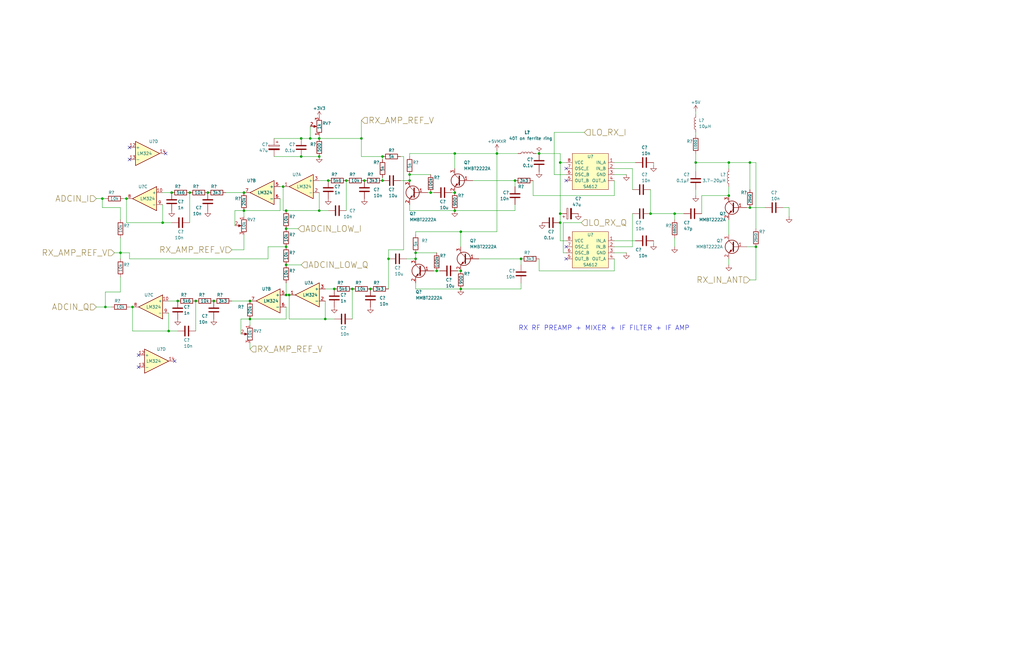
<source format=kicad_sch>
(kicad_sch (version 20211123) (generator eeschema)
  (paper "USLedger")
  (title_block (title "CBModem Receiver") (date "2023-08-02") (rev "1"))
  (lib_symbols
    (symbol "Amplifier_Operational:LM324" (pin_names (offset 0.127))
      (property "Reference" "U" (at 0 5.08 0))
      (property "Value" "LM324" (at 0 -5.08 0))
      (symbol "LM324_1_1"
        (polyline (pts (xy -5.08 5.08) (xy 5.08 0) (xy -5.08 -5.08) (xy -5.08 5.08)) (stroke (width 0.254)) (fill (type background)))
        (pin output line (at 7.62 0 180) (length 2.54) (name "~") (number "1"))
        (pin input line (at -7.62 -2.54 0) (length 2.54) (name "-") (number "2"))
        (pin input line (at -7.62 2.54 0) (length 2.54) (name "+") (number "3"))
      )
      (symbol "LM324_2_1"
        (polyline (pts (xy -5.08 5.08) (xy 5.08 0) (xy -5.08 -5.08) (xy -5.08 5.08)) (stroke (width 0.254)) (fill (type background)))
        (pin input line (at -7.62 2.54 0) (length 2.54) (name "+") (number "5"))
        (pin input line (at -7.62 -2.54 0) (length 2.54) (name "-") (number "6"))
        (pin output line (at 7.62 0 180) (length 2.54) (name "~") (number "7"))
      )
      (symbol "LM324_3_1"
        (polyline (pts (xy -5.08 5.08) (xy 5.08 0) (xy -5.08 -5.08) (xy -5.08 5.08)) (stroke (width 0.254)) (fill (type background)))
        (pin input line (at -7.62 2.54 0) (length 2.54) (name "+") (number "10"))
        (pin output line (at 7.62 0 180) (length 2.54) (name "~") (number "8"))
        (pin input line (at -7.62 -2.54 0) (length 2.54) (name "-") (number "9"))
      )
      (symbol "LM324_4_1"
        (polyline (pts (xy -5.08 5.08) (xy 5.08 0) (xy -5.08 -5.08) (xy -5.08 5.08)) (stroke (width 0.254)) (fill (type background)))
        (pin input line (at -7.62 2.54 0) (length 2.54) (name "+") (number "12"))
        (pin input line (at -7.62 -2.54 0) (length 2.54) (name "-") (number "13"))
        (pin output line (at 7.62 0 180) (length 2.54) (name "~") (number "14"))
      )
      (symbol "LM324_5_1"
        (pin power_in line (at -2.54 -7.62 90) (length 3.81) (name "V-") (number "11"))
        (pin power_in line (at -2.54 7.62 270) (length 3.81) (name "V+") (number "4"))
      )
    )
    (symbol "Device:C" (pin_numbers hide) (pin_names (offset 0.254))
      (property "Reference" "C" (at 0.635 2.54 0))
      (property "Value" "C" (at 0.635 -2.54 0))
      (symbol "C_0_1"
        (polyline (pts (xy -2.032 -0.762) (xy 2.032 -0.762)) (stroke (width 0.508)))
        (polyline (pts (xy -2.032 0.762) (xy 2.032 0.762)) (stroke (width 0.508)))
      )
      (symbol "C_1_1"
        (pin passive line (at 0 3.81 270) (length 2.794) (name "~") (number "1"))
        (pin passive line (at 0 -3.81 90) (length 2.794) (name "~") (number "2"))
      )
    )
    (symbol "Device:C_Polarized" (pin_numbers hide) (pin_names (offset 0.254))
      (property "Reference" "C" (at 0.635 2.54 0))
      (property "Value" "C_Polarized" (at 0.635 -2.54 0))
      (symbol "C_Polarized_0_1"
        (rectangle (start -2.286 0.508) (end 2.286 1.016))
        (polyline (pts (xy -1.778 2.286) (xy -0.762 2.286)))
        (polyline (pts (xy -1.27 2.794) (xy -1.27 1.778)))
        (rectangle (start 2.286 -0.508) (end -2.286 -1.016) (fill (type outline)))
      )
      (symbol "C_Polarized_1_1"
        (pin passive line (at 0 3.81 270) (length 2.794) (name "~") (number "1"))
        (pin passive line (at 0 -3.81 90) (length 2.794) (name "~") (number "2"))
      )
    )
    (symbol "Device:L" (pin_numbers hide) (pin_names (offset 1.016) hide)
      (property "Reference" "L" (at -1.27 0 90))
      (property "Value" "L" (at 1.905 0 90))
      (symbol "L_0_1"
        (arc (start 0 -2.54) (mid 0.635 -1.905) (end 0 -1.27))
        (arc (start 0 -1.27) (mid 0.635 -0.635) (end 0 0))
        (arc (start 0 0) (mid 0.635 0.635) (end 0 1.27))
        (arc (start 0 1.27) (mid 0.635 1.905) (end 0 2.54))
      )
      (symbol "L_1_1"
        (pin passive line (at 0 3.81 270) (length 1.27) (name "1") (number "1"))
        (pin passive line (at 0 -3.81 90) (length 1.27) (name "2") (number "2"))
      )
    )
    (symbol "Device:Q_NPN_BEC" (pin_names (offset 0) hide)
      (property "Reference" "Q" (at 5.08 1.27 0))
      (property "Value" "Q_NPN_BEC" (at 5.08 -1.27 0))
      (symbol "Q_NPN_BEC_0_1"
        (polyline (pts (xy 0.635 0.635) (xy 2.54 2.54)))
        (polyline (pts (xy 0.635 -0.635) (xy 2.54 -2.54) (xy 2.54 -2.54)))
        (polyline (pts (xy 0.635 1.905) (xy 0.635 -1.905) (xy 0.635 -1.905)) (stroke (width 0.508)))
        (polyline (pts (xy 1.27 -1.778) (xy 1.778 -1.27) (xy 2.286 -2.286) (xy 1.27 -1.778) (xy 1.27 -1.778)) (fill (type outline)))
        (circle (center 1.27 0) (radius 2.8194) (stroke (width 0.254)))
      )
      (symbol "Q_NPN_BEC_1_1"
        (pin input line (at -5.08 0 0) (length 5.715) (name "B") (number "1"))
        (pin passive line (at 2.54 -5.08 90) (length 2.54) (name "E") (number "2"))
        (pin passive line (at 2.54 5.08 270) (length 2.54) (name "C") (number "3"))
      )
    )
    (symbol "Device:R" (pin_numbers hide) (pin_names (offset 0))
      (property "Reference" "R" (at 2.032 0 90))
      (property "Value" "R" (at 0 0 90))
      (symbol "R_0_1"
        (rectangle (start -1.016 -2.54) (end 1.016 2.54) (stroke (width 0.254)))
      )
      (symbol "R_1_1"
        (pin passive line (at 0 3.81 270) (length 1.27) (name "~") (number "1"))
        (pin passive line (at 0 -3.81 90) (length 1.27) (name "~") (number "2"))
      )
    )
    (symbol "Device:R_Potentiometer" (pin_names (offset 1.016) hide)
      (property "Reference" "RV" (at -4.445 0 90))
      (property "Value" "R_Potentiometer" (at -2.54 0 90))
      (symbol "R_Potentiometer_0_1"
        (polyline (pts (xy 2.54 0) (xy 1.524 0)))
        (polyline (pts (xy 1.143 0) (xy 2.286 0.508) (xy 2.286 -0.508) (xy 1.143 0)) (fill (type outline)))
        (rectangle (start 1.016 2.54) (end -1.016 -2.54) (stroke (width 0.254)))
      )
      (symbol "R_Potentiometer_1_1"
        (pin passive line (at 0 3.81 270) (length 1.27) (name "1") (number "1"))
        (pin passive line (at 3.81 0 180) (length 1.27) (name "2") (number "2"))
        (pin passive line (at 0 -3.81 90) (length 1.27) (name "3") (number "3"))
      )
    )
    (symbol "communicator_27mhz_custom:+5VMXR" (power) (pin_names (offset 0))
      (property "Value" "+5VMXR" (at 0 3.556 0))
      (symbol "+5VMXR_0_1"
        (polyline (pts (xy -0.762 1.27) (xy 0 2.54)))
        (polyline (pts (xy 0 0) (xy 0 2.54)))
        (polyline (pts (xy 0 2.54) (xy 0.762 1.27)))
      )
      (symbol "+5VMXR_1_1"
        (pin power_in line (at 0 0 90) (length 0) hide (name "+5VMXR") (number "1"))
      )
    )
    (symbol "communicator_27mhz_custom:SA612-Custom" (pin_names (offset 1.016))
      (property "Reference" "U" (at 0 11.43 0))
      (property "Value" "SA612-Custom" (at 0 8.89 0))
      (symbol "SA612-Custom_0_1"
        (rectangle (start -7.62 7.62) (end 7.62 -7.62) (fill (type background)))
      )
      (symbol "SA612-Custom_1_1"
        (pin input line (at -10.16 3.81 0) (length 2.54) (name "IN_A") (number "1"))
        (pin input line (at -10.16 1.27 0) (length 2.54) (name "IN_B") (number "2"))
        (pin power_in line (at -10.16 -1.27 0) (length 2.54) (name "GND") (number "3"))
        (pin output line (at -10.16 -3.81 0) (length 2.54) (name "OUT_A") (number "4"))
        (pin output line (at 10.16 -3.81 180) (length 2.54) (name "OUT_B") (number "5"))
        (pin input line (at 10.16 -1.27 180) (length 2.54) (name "OSC_B") (number "6"))
        (pin output line (at 10.16 1.27 180) (length 2.54) (name "OSC_E") (number "7"))
        (pin power_in line (at 10.16 3.81 180) (length 2.54) (name "VCC") (number "8"))
      )
    )
    (symbol "power:+3V3" (power) (pin_names (offset 0))
      (property "Value" "+3V3" (at 0 3.556 0))
      (symbol "+3V3_0_1"
        (polyline (pts (xy -0.762 1.27) (xy 0 2.54)))
        (polyline (pts (xy 0 0) (xy 0 2.54)))
        (polyline (pts (xy 0 2.54) (xy 0.762 1.27)))
      )
      (symbol "+3V3_1_1"
        (pin power_in line (at 0 0 90) (length 0) hide (name "+3V3") (number "1"))
      )
    )
    (symbol "power:+5V" (power) (pin_names (offset 0))
      (property "Value" "+5V" (at 0 3.556 0))
      (symbol "+5V_0_1"
        (polyline (pts (xy -0.762 1.27) (xy 0 2.54)))
        (polyline (pts (xy 0 0) (xy 0 2.54)))
        (polyline (pts (xy 0 2.54) (xy 0.762 1.27)))
      )
      (symbol "+5V_1_1"
        (pin power_in line (at 0 0 90) (length 0) hide (name "+5V") (number "1"))
      )
    )
    (symbol "power:GND" (power) (pin_names (offset 0))
      (property "Value" "GND" (at 0 -3.81 0))
      (symbol "GND_0_1"
        (polyline (pts (xy 0 0) (xy 0 -1.27) (xy 1.27 -1.27) (xy 0 -2.54) (xy -1.27 -1.27) (xy 0 -1.27)))
      )
      (symbol "GND_1_1"
        (pin power_in line (at 0 0 270) (length 0) hide (name "GND") (number "1"))
      )
    )
    (symbol "power:PWR_FLAG" (power) (pin_numbers hide) (pin_names (offset 0) hide)
      (property "Value" "PWR_FLAG" (at 0 3.81 0))
      (symbol "PWR_FLAG_0_0"
        (pin power_out line (at 0 0 90) (length 0) (name "pwr") (number "1"))
      )
      (symbol "PWR_FLAG_0_1"
        (polyline (pts (xy 0 0) (xy 0 1.27) (xy -1.016 1.905) (xy 0 2.54) (xy 1.016 1.905) (xy 0 1.27)))
      )
    )
  )
  (junction (at 134.62 88.9))
  (junction (at 194.31 114.3))
  (junction (at 72.39 81.28))
  (junction (at 175.26 109.22))
  (junction (at 121.92 124.46))
  (junction (at 120.65 124.46))
  (junction (at 163.83 109.22))
  (junction (at 80.01 81.28))
  (junction (at 140.97 121.92))
  (junction (at 316.23 87.63))
  (junction (at 293.37 68.58))
  (junction (at 191.77 88.9))
  (junction (at 194.31 121.92))
  (junction (at 152.4 58.42))
  (junction (at 148.59 121.92))
  (junction (at 120.65 88.9))
  (junction (at 138.43 76.2))
  (junction (at 50.8 106.68))
  (junction (at 90.17 127))
  (junction (at 44.45 129.54))
  (junction (at 105.41 134.62))
  (junction (at 161.29 66.04))
  (junction (at 318.77 104.14))
  (junction (at 307.34 68.58))
  (junction (at 55.88 129.54))
  (junction (at 53.34 83.82))
  (junction (at 43.18 83.82))
  (junction (at 175.26 106.68))
  (junction (at 181.61 81.28))
  (junction (at 191.77 81.28))
  (junction (at 120.65 111.76))
  (junction (at 191.77 64.77))
  (junction (at 68.58 93.98))
  (junction (at 236.22 93.98))
  (junction (at 307.34 82.55))
  (junction (at 316.23 68.58))
  (junction (at 274.32 90.17))
  (junction (at 161.29 76.2))
  (junction (at 284.48 90.17))
  (junction (at 74.93 127))
  (junction (at 119.38 78.74))
  (junction (at 227.33 64.77))
  (junction (at 236.22 68.58))
  (junction (at 172.72 76.2))
  (junction (at 120.65 104.14))
  (junction (at 184.15 114.3))
  (junction (at 105.41 127))
  (junction (at 217.17 76.2))
  (junction (at 87.63 81.28))
  (junction (at 127 66.04))
  (junction (at 82.55 127))
  (junction (at 127 58.42))
  (junction (at 209.55 64.77))
  (junction (at 120.65 96.52))
  (junction (at 134.62 66.04))
  (junction (at 236.22 90.17))
  (junction (at 146.05 76.2))
  (junction (at 172.72 73.66))
  (junction (at 137.16 134.62))
  (junction (at 102.87 81.28))
  (junction (at 134.62 58.42))
  (junction (at 102.87 88.9))
  (junction (at 156.21 121.92))
  (junction (at 153.67 76.2))
  (junction (at 130.81 58.42))
  (junction (at 194.31 97.79))
  (junction (at 71.12 139.7))
  (junction (at 219.71 109.22))
  (no_connect (at 58.42 149.86))
  (no_connect (at 238.76 76.2))
  (no_connect (at 69.85 64.77))
  (no_connect (at 238.76 109.22))
  (no_connect (at 73.66 152.4))
  (no_connect (at 238.76 71.12))
  (no_connect (at 54.61 67.31))
  (no_connect (at 54.61 62.23))
  (no_connect (at 238.76 104.14))
  (no_connect (at 58.42 154.94))
  (wire (pts (xy 238.76 101.6) (xy 236.22 101.6)))
  (wire (pts (xy 259.08 101.6) (xy 267.97 101.6)))
  (wire (pts (xy 146.05 76.2) (xy 146.05 88.9)))
  (wire (pts (xy 191.77 71.12) (xy 191.77 64.77)))
  (wire (pts (xy 237.49 106.68) (xy 238.76 106.68)))
  (wire (pts (xy 72.39 93.98) (xy 68.58 93.98)))
  (wire (pts (xy 209.55 64.77) (xy 218.44 64.77)))
  (wire (pts (xy 227.33 109.22) (xy 227.33 114.3)))
  (wire (pts (xy 266.7 90.17) (xy 266.7 104.14)))
  (wire (pts (xy 293.37 55.88) (xy 293.37 57.15)))
  (wire (pts (xy 148.59 121.92) (xy 148.59 134.62)))
  (wire (pts (xy 307.34 99.06) (xy 307.34 92.71)))
  (wire (pts (xy 181.61 73.66) (xy 172.72 73.66)))
  (wire (pts (xy 307.34 68.58) (xy 316.23 68.58)))
  (wire (pts (xy 275.59 101.6) (xy 275.59 102.87)))
  (wire (pts (xy 102.87 88.9) (xy 102.87 91.44)))
  (wire (pts (xy 219.71 119.38) (xy 219.71 121.92)))
  (wire (pts (xy 72.39 81.28) (xy 68.58 81.28)))
  (wire (pts (xy 40.64 83.82) (xy 43.18 83.82)))
  (wire (pts (xy 293.37 68.58) (xy 307.34 68.58)))
  (wire (pts (xy 172.72 88.9) (xy 191.77 88.9)))
  (wire (pts (xy 194.31 97.79) (xy 175.26 97.79)))
  (wire (pts (xy 50.8 87.63) (xy 43.18 87.63)))
  (wire (pts (xy 295.91 82.55) (xy 295.91 90.17)))
  (wire (pts (xy 293.37 64.77) (xy 293.37 68.58)))
  (wire (pts (xy 54.61 109.22) (xy 54.61 106.68)))
  (wire (pts (xy 316.23 87.63) (xy 322.58 87.63)))
  (wire (pts (xy 102.87 88.9) (xy 118.11 88.9)))
  (wire (pts (xy 264.16 73.66) (xy 259.08 73.66)))
  (wire (pts (xy 97.79 105.41) (xy 102.87 105.41)))
  (wire (pts (xy 316.23 87.63) (xy 314.96 87.63)))
  (wire (pts (xy 134.62 57.15) (xy 134.62 58.42)))
  (wire (pts (xy 120.65 96.52) (xy 125.73 96.52)))
  (wire (pts (xy 74.93 127) (xy 71.12 127)))
  (wire (pts (xy 121.92 134.62) (xy 121.92 124.46)))
  (wire (pts (xy 175.26 121.92) (xy 194.31 121.92)))
  (wire (pts (xy 113.03 104.14) (xy 113.03 109.22)))
  (wire (pts (xy 74.93 139.7) (xy 71.12 139.7)))
  (wire (pts (xy 182.88 81.28) (xy 181.61 81.28)))
  (wire (pts (xy 318.77 96.52) (xy 318.77 68.58)))
  (wire (pts (xy 121.92 124.46) (xy 120.65 124.46)))
  (wire (pts (xy 163.83 109.22) (xy 163.83 121.92)))
  (wire (pts (xy 264.16 106.68) (xy 259.08 106.68)))
  (wire (pts (xy 120.65 88.9) (xy 119.38 88.9)))
  (wire (pts (xy 259.08 76.2) (xy 259.08 82.55)))
  (wire (pts (xy 307.34 78.74) (xy 307.34 82.55)))
  (wire (pts (xy 54.61 129.54) (xy 55.88 129.54)))
  (wire (pts (xy 172.72 86.36) (xy 172.72 88.9)))
  (wire (pts (xy 52.07 83.82) (xy 53.34 83.82)))
  (wire (pts (xy 95.25 81.28) (xy 102.87 81.28)))
  (wire (pts (xy 71.12 132.08) (xy 71.12 139.7)))
  (wire (pts (xy 130.81 53.34) (xy 130.81 58.42)))
  (wire (pts (xy 181.61 81.28) (xy 180.34 81.28)))
  (wire (pts (xy 318.77 118.11) (xy 318.77 104.14)))
  (wire (pts (xy 130.81 58.42) (xy 134.62 58.42)))
  (wire (pts (xy 105.41 144.78) (xy 105.41 147.32)))
  (wire (pts (xy 284.48 104.14) (xy 284.48 100.33)))
  (wire (pts (xy 209.55 97.79) (xy 194.31 97.79)))
  (wire (pts (xy 332.74 87.63) (xy 332.74 91.44)))
  (wire (pts (xy 50.8 100.33) (xy 50.8 106.68)))
  (wire (pts (xy 191.77 64.77) (xy 172.72 64.77)))
  (wire (pts (xy 170.18 105.41) (xy 163.83 105.41)))
  (wire (pts (xy 55.88 129.54) (xy 55.88 139.7)))
  (wire (pts (xy 259.08 114.3) (xy 259.08 109.22)))
  (wire (pts (xy 50.8 123.19) (xy 44.45 123.19)))
  (wire (pts (xy 127 66.04) (xy 134.62 66.04)))
  (wire (pts (xy 274.32 80.01) (xy 274.32 90.17)))
  (wire (pts (xy 105.41 134.62) (xy 120.65 134.62)))
  (wire (pts (xy 238.76 68.58) (xy 236.22 68.58)))
  (wire (pts (xy 40.64 129.54) (xy 44.45 129.54)))
  (wire (pts (xy 259.08 71.12) (xy 266.7 71.12)))
  (wire (pts (xy 118.11 88.9) (xy 118.11 83.82)))
  (wire (pts (xy 120.65 119.38) (xy 120.65 124.46)))
  (wire (pts (xy 119.38 78.74) (xy 118.11 78.74)))
  (wire (pts (xy 217.17 78.74) (xy 217.17 76.2)))
  (wire (pts (xy 266.7 104.14) (xy 259.08 104.14)))
  (wire (pts (xy 97.79 127) (xy 105.41 127)))
  (wire (pts (xy 237.49 93.98) (xy 237.49 106.68)))
  (wire (pts (xy 236.22 68.58) (xy 236.22 64.77)))
  (wire (pts (xy 293.37 80.01) (xy 293.37 82.55)))
  (wire (pts (xy 307.34 111.76) (xy 307.34 109.22)))
  (wire (pts (xy 50.8 106.68) (xy 54.61 106.68)))
  (wire (pts (xy 318.77 104.14) (xy 314.96 104.14)))
  (wire (pts (xy 284.48 92.71) (xy 284.48 90.17)))
  (wire (pts (xy 134.62 81.28) (xy 134.62 88.9)))
  (wire (pts (xy 80.01 81.28) (xy 80.01 93.98)))
  (wire (pts (xy 161.29 66.04) (xy 161.29 67.31)))
  (wire (pts (xy 194.31 104.14) (xy 194.31 97.79)))
  (wire (pts (xy 259.08 68.58) (xy 267.97 68.58)))
  (wire (pts (xy 318.77 68.58) (xy 316.23 68.58)))
  (wire (pts (xy 163.83 105.41) (xy 163.83 109.22)))
  (wire (pts (xy 245.11 93.98) (xy 237.49 93.98)))
  (wire (pts (xy 55.88 139.7) (xy 71.12 139.7)))
  (wire (pts (xy 191.77 64.77) (xy 209.55 64.77)))
  (wire (pts (xy 275.59 68.58) (xy 275.59 69.85)))
  (wire (pts (xy 199.39 76.2) (xy 217.17 76.2)))
  (wire (pts (xy 50.8 92.71) (xy 50.8 87.63)))
  (wire (pts (xy 82.55 127) (xy 82.55 139.7)))
  (wire (pts (xy 217.17 86.36) (xy 217.17 88.9)))
  (wire (pts (xy 175.26 106.68) (xy 175.26 109.22)))
  (wire (pts (xy 48.26 106.68) (xy 50.8 106.68)))
  (wire (pts (xy 194.31 121.92) (xy 219.71 121.92)))
  (wire (pts (xy 50.8 106.68) (xy 50.8 109.22)))
  (wire (pts (xy 201.93 109.22) (xy 219.71 109.22)))
  (wire (pts (xy 152.4 66.04) (xy 152.4 58.42)))
  (wire (pts (xy 138.43 88.9) (xy 134.62 88.9)))
  (wire (pts (xy 233.68 73.66) (xy 238.76 73.66)))
  (wire (pts (xy 307.34 82.55) (xy 295.91 82.55)))
  (wire (pts (xy 168.91 66.04) (xy 170.18 66.04)))
  (wire (pts (xy 43.18 87.63) (xy 43.18 83.82)))
  (wire (pts (xy 68.58 86.36) (xy 68.58 93.98)))
  (wire (pts (xy 224.79 82.55) (xy 259.08 82.55)))
  (wire (pts (xy 236.22 101.6) (xy 236.22 93.98)))
  (wire (pts (xy 161.29 74.93) (xy 161.29 76.2)))
  (wire (pts (xy 293.37 46.99) (xy 293.37 48.26)))
  (wire (pts (xy 105.41 134.62) (xy 105.41 137.16)))
  (wire (pts (xy 101.6 134.62) (xy 105.41 134.62)))
  (wire (pts (xy 274.32 90.17) (xy 284.48 90.17)))
  (wire (pts (xy 284.48 90.17) (xy 288.29 90.17)))
  (wire (pts (xy 140.97 134.62) (xy 137.16 134.62)))
  (wire (pts (xy 307.34 68.58) (xy 307.34 71.12)))
  (wire (pts (xy 236.22 90.17) (xy 236.22 68.58)))
  (wire (pts (xy 184.15 106.68) (xy 175.26 106.68)))
  (wire (pts (xy 170.18 66.04) (xy 170.18 105.41)))
  (wire (pts (xy 226.06 64.77) (xy 227.33 64.77)))
  (wire (pts (xy 50.8 116.84) (xy 50.8 123.19)))
  (wire (pts (xy 53.34 93.98) (xy 68.58 93.98)))
  (wire (pts (xy 219.71 111.76) (xy 219.71 109.22)))
  (wire (pts (xy 138.43 76.2) (xy 134.62 76.2)))
  (wire (pts (xy 227.33 64.77) (xy 236.22 64.77)))
  (wire (pts (xy 53.34 83.82) (xy 53.34 93.98)))
  (wire (pts (xy 102.87 105.41) (xy 102.87 99.06)))
  (wire (pts (xy 316.23 68.58) (xy 316.23 80.01)))
  (wire (pts (xy 120.65 104.14) (xy 113.03 104.14)))
  (wire (pts (xy 137.16 134.62) (xy 121.92 134.62)))
  (wire (pts (xy 99.06 88.9) (xy 102.87 88.9)))
  (wire (pts (xy 152.4 58.42) (xy 152.4 50.8)))
  (wire (pts (xy 184.15 114.3) (xy 182.88 114.3)))
  (wire (pts (xy 44.45 129.54) (xy 46.99 129.54)))
  (wire (pts (xy 172.72 73.66) (xy 172.72 76.2)))
  (wire (pts (xy 99.06 95.25) (xy 99.06 88.9)))
  (wire (pts (xy 233.68 55.88) (xy 233.68 73.66)))
  (wire (pts (xy 43.18 83.82) (xy 44.45 83.82)))
  (wire (pts (xy 227.33 114.3) (xy 259.08 114.3)))
  (wire (pts (xy 175.26 119.38) (xy 175.26 121.92)))
  (wire (pts (xy 134.62 58.42) (xy 152.4 58.42)))
  (wire (pts (xy 44.45 123.19) (xy 44.45 129.54)))
  (wire (pts (xy 134.62 88.9) (xy 120.65 88.9)))
  (wire (pts (xy 140.97 121.92) (xy 137.16 121.92)))
  (wire (pts (xy 175.26 97.79) (xy 175.26 99.06)))
  (wire (pts (xy 113.03 109.22) (xy 54.61 109.22)))
  (wire (pts (xy 172.72 64.77) (xy 172.72 66.04)))
  (wire (pts (xy 266.7 71.12) (xy 266.7 80.01)))
  (wire (pts (xy 209.55 63.5) (xy 209.55 64.77)))
  (wire (pts (xy 293.37 68.58) (xy 293.37 72.39)))
  (wire (pts (xy 120.65 134.62) (xy 120.65 129.54)))
  (wire (pts (xy 127 58.42) (xy 115.57 58.42)))
  (wire (pts (xy 194.31 114.3) (xy 193.04 114.3)))
  (wire (pts (xy 209.55 97.79) (xy 209.55 64.77)))
  (wire (pts (xy 127 58.42) (xy 130.81 58.42)))
  (wire (pts (xy 172.72 76.2) (xy 168.91 76.2)))
  (wire (pts (xy 330.2 87.63) (xy 332.74 87.63)))
  (wire (pts (xy 127 66.04) (xy 115.57 66.04)))
  (wire (pts (xy 191.77 88.9) (xy 217.17 88.9)))
  (wire (pts (xy 175.26 109.22) (xy 171.45 109.22)))
  (wire (pts (xy 137.16 127) (xy 137.16 134.62)))
  (wire (pts (xy 316.23 118.11) (xy 318.77 118.11)))
  (wire (pts (xy 246.38 55.88) (xy 233.68 55.88)))
  (wire (pts (xy 224.79 76.2) (xy 224.79 82.55)))
  (wire (pts (xy 119.38 88.9) (xy 119.38 78.74)))
  (wire (pts (xy 236.22 93.98) (xy 236.22 90.17)))
  (wire (pts (xy 101.6 140.97) (xy 101.6 134.62)))
  (wire (pts (xy 185.42 114.3) (xy 184.15 114.3)))
  (wire (pts (xy 191.77 81.28) (xy 190.5 81.28)))
  (wire (pts (xy 152.4 66.04) (xy 161.29 66.04)))
  (wire (pts (xy 120.65 111.76) (xy 127 111.76)))
  (text "RX RF PREAMP + MIXER + IF FILTER + IF AMP" (at 290.83 139.7 180) (effects (font (size 2 2)) (justify right bottom)))
  (hierarchical_label "ADCIN_I" (shape input) (at 40.64 83.82 180) (effects (font (size 2.54 2.54))))
  (hierarchical_label "RX_AMP_REF_V" (shape input) (at 105.41 147.32 0) (effects (font (size 2.54 2.54))))
  (hierarchical_label "ADCIN_Q" (shape input) (at 40.64 129.54 180) (effects (font (size 2.54 2.54))))
  (hierarchical_label "ADCIN_LOW_I" (shape input) (at 125.73 96.52 0) (effects (font (size 2.54 2.54))))
  (hierarchical_label "LO_RX_Q" (shape input) (at 245.11 93.98 0) (effects (font (size 2.54 2.54))))
  (hierarchical_label "RX_AMP_REF_V" (shape input) (at 97.79 105.41 180) (effects (font (size 2.54 2.54))))
  (hierarchical_label "RX_AMP_REF_V" (shape input) (at 48.26 106.68 180) (effects (font (size 2.54 2.54))))
  (hierarchical_label "ADCIN_LOW_Q" (shape input) (at 127 111.76 0) (effects (font (size 2.54 2.54))))
  (hierarchical_label "LO_RX_I" (shape input) (at 246.38 55.88 0) (effects (font (size 2.54 2.54))))
  (hierarchical_label "RX_IN_ANT" (shape input) (at 316.23 118.11 180) (effects (font (size 2.54 2.54))))
  (hierarchical_label "RX_AMP_REF_V" (shape input) (at 152.4 50.8 0) (effects (font (size 2.54 2.54))))
  (symbol (lib_id "Device:C") (at 90.17 130.81 0) (mirror y) (unit 1)
    (property "Reference" "C?" (at 87.63 133.35 0) (effects (justify left)))
    (property "Value" "10n" (at 87.63 135.89 0) (effects (justify left)))
    (property "Footprint" "Capacitor_SMD:C_0805_2012Metric_Pad1.18x1.45mm_HandSolder" (effects hide))
  )
  (symbol (lib_id "Device:R_Potentiometer") (at 105.41 140.97 0) (mirror y) (unit 1)
    (property "Reference" "RV?" (at 106.68 139.7 0) (effects (justify right)))
    (property "Value" "10k" (at 105.41 140.97 90))
    (property "Footprint" "Potentiometer_THT:Potentiometer_Bourns_3296X_Horizontal" (effects hide))
  )
  (symbol (lib_id "Device:R") (at 318.77 100.33 0) (mirror y) (unit 1)
    (property "Reference" "R?" (at 320.04 97.79 0) (effects (justify right)))
    (property "Value" "25kΩ" (at 318.77 100.33 90) (effects (font (size 1 1))))
    (property "Footprint" "Resistor_SMD:R_0805_2012Metric_Pad1.20x1.40mm_HandSolder" (effects hide))
  )
  (symbol (lib_id "Device:Q_NPN_BEC") (at 194.31 76.2 0) (mirror y) (unit 1)
    (property "Reference" "Q?" (at 195.58 68.58 0) (effects (justify right)))
    (property "Value" "MMBT2222A" (at 195.58 71.12 0) (effects (justify right)))
    (property "Footprint" "Package_TO_SOT_SMD:SOT-23" (effects hide))
    (property "Footprint" "Package_TO_SOT_SMD:SOT-23" (effects hide))
    (property "Reference" "Q?" (effects hide))
    (property "Value" "MMBT2222A" (effects hide))
  )
  (symbol (lib_id "Device:R") (at 105.41 130.81 0) (mirror y) (unit 1)
    (property "Reference" "R?" (at 102.87 129.5399 0) (effects (justify left)))
    (property "Value" "20k" (at 105.41 130.81 90))
    (property "Footprint" "Resistor_SMD:R_0805_2012Metric_Pad1.20x1.40mm_HandSolder" (effects hide))
  )
  (symbol (lib_id "communicator_27mhz_custom:SA612-Custom") (at 248.92 105.41 0) (mirror y) (unit 1)
    (property "Reference" "U?" (at 247.65 99.06 0) (effects (justify right)))
    (property "Value" "SA612" (at 248.92 111.76 0))
    (property "Footprint" "Package_SO:SO-8_3.9x4.9mm_P1.27mm" (effects hide))
    (property "Datasheet" "https://static.chipdip.ru/lib/766/DOC012766973.pdf" (effects hide))
  )
  (symbol (lib_id "Device:R") (at 50.8 129.54 90) (unit 1)
    (property "Reference" "R?" (at 48.26 127 90) (effects (justify right)))
    (property "Value" "10k" (at 50.8 129.54 90))
    (property "Footprint" "Resistor_SMD:R_0805_2012Metric_Pad1.20x1.40mm_HandSolder" (effects hide))
  )
  (symbol (lib_id "Device:R") (at 120.65 107.95 180) (unit 1)
    (property "Reference" "R?" (at 121.92 106.68 0) (effects (justify right)))
    (property "Value" "10k" (at 120.65 107.95 90))
    (property "Footprint" "Resistor_SMD:R_0805_2012Metric_Pad1.20x1.40mm_HandSolder" (effects hide))
  )
  (symbol (lib_id "Amplifier_Operational:LM324") (at 63.5 129.54 0) (mirror y) (unit 3)
    (property "Reference" "U?" (at 64.77 124.46 0) (effects (justify left)))
    (property "Value" "LM324" (at 64.77 129.54 0))
    (property "Footprint" "Package_SO:SOIC-14_3.9x8.7mm_P1.27mm" (effects hide))
    (property "Datasheet" "http://www.ti.com/lit/ds/symlink/lm2902-n.pdf" (effects hide))
  )
  (symbol (lib_id "Device:R") (at 76.2 81.28 270) (mirror x) (unit 1)
    (property "Reference" "R?" (at 73.66 78.74 90) (effects (justify left)))
    (property "Value" "5k6" (at 76.2 81.28 90))
    (property "Footprint" "Resistor_SMD:R_0805_2012Metric_Pad1.20x1.40mm_HandSolder" (effects hide))
  )
  (symbol (lib_id "power:GND") (at 293.37 82.55 0) (mirror y) (unit 1)
    (property "Reference" "#PWR?" (effects hide))
    (property "Value" "GND" (effects hide))
  )
  (symbol (lib_id "Device:C_Polarized") (at 115.57 62.23 0) (mirror y) (unit 1)
    (property "Reference" "C?" (at 113.03 60.96 0) (effects (justify left)))
    (property "Value" "47u" (at 113.03 63.5 0) (effects (justify left)))
    (property "Footprint" "Capacitor_THT:CP_Radial_D5.0mm_P2.00mm" (effects hide))
  )
  (symbol (lib_id "Device:R") (at 316.23 83.82 0) (mirror y) (unit 1)
    (property "Reference" "R?" (at 314.96 81.28 0) (effects (justify left)))
    (property "Value" "25kΩ" (at 316.23 83.82 90) (effects (font (size 1 1))))
    (property "Footprint" "Resistor_SMD:R_0805_2012Metric_Pad1.20x1.40mm_HandSolder" (effects hide))
  )
  (symbol (lib_id "Device:R") (at 102.87 85.09 0) (mirror y) (unit 1)
    (property "Reference" "R?" (at 101.6 83.82 0) (effects (justify left)))
    (property "Value" "20k" (at 102.87 85.09 90))
    (property "Footprint" "Resistor_SMD:R_0805_2012Metric_Pad1.20x1.40mm_HandSolder" (effects hide))
  )
  (symbol (lib_id "Device:C") (at 271.78 101.6 90) (mirror x) (unit 1)
    (property "Reference" "C?" (at 267.97 105.41 90) (effects (justify right)))
    (property "Value" "10n" (at 269.24 107.95 90) (effects (justify right)))
    (property "Footprint" "Capacitor_SMD:C_0805_2012Metric_Pad1.18x1.45mm_HandSolder" (effects hide))
  )
  (symbol (lib_id "Device:C") (at 292.1 90.17 270) (mirror x) (unit 1)
    (property "Reference" "C?" (at 288.29 93.98 90) (effects (justify left)))
    (property "Value" "47p" (at 288.29 96.52 90) (effects (justify left)))
    (property "Footprint" "Capacitor_SMD:C_0805_2012Metric_Pad1.18x1.45mm_HandSolder" (effects hide))
  )
  (symbol (lib_id "Device:R") (at 93.98 127 270) (mirror x) (unit 1)
    (property "Reference" "R?" (at 91.44 124.46 90) (effects (justify left)))
    (property "Value" "3k3" (at 93.98 127 90))
    (property "Footprint" "Resistor_SMD:R_0805_2012Metric_Pad1.20x1.40mm_HandSolder" (effects hide))
  )
  (symbol (lib_id "Device:R") (at 194.31 118.11 0) (mirror y) (unit 1)
    (property "Reference" "R?" (at 195.58 115.57 0) (effects (justify right)))
    (property "Value" "900" (at 194.31 118.11 90))
    (property "Footprint" "Resistor_SMD:R_0805_2012Metric_Pad1.20x1.40mm_HandSolder" (effects hide))
  )
  (symbol (lib_id "power:+5V") (at 293.37 46.99 0) (unit 1)
    (property "Reference" "#PWR?" (effects hide))
    (property "Value" "+5V" (at 293.37 43.18 0))
  )
  (symbol (lib_id "Device:R") (at 149.86 76.2 270) (mirror x) (unit 1)
    (property "Reference" "R?" (at 147.32 73.66 90) (effects (justify left)))
    (property "Value" "10k" (at 149.86 76.2 90))
    (property "Footprint" "Resistor_SMD:R_0805_2012Metric_Pad1.20x1.40mm_HandSolder" (effects hide))
  )
  (symbol (lib_id "power:GND") (at 243.84 90.17 0) (mirror y) (unit 1)
    (property "Reference" "#PWR?" (effects hide))
    (property "Value" "GND" (effects hide))
  )
  (symbol (lib_id "Device:R") (at 181.61 77.47 0) (mirror y) (unit 1)
    (property "Reference" "R?" (at 182.88 74.93 0) (effects (justify right)))
    (property "Value" "100k" (at 181.61 77.47 90))
    (property "Footprint" "Resistor_SMD:R_0805_2012Metric_Pad1.20x1.40mm_HandSolder" (effects hide))
  )
  (symbol (lib_id "Device:R") (at 157.48 76.2 270) (mirror x) (unit 1)
    (property "Reference" "R?" (at 154.94 73.66 90) (effects (justify left)))
    (property "Value" "3k3" (at 157.48 76.2 90))
    (property "Footprint" "Resistor_SMD:R_0805_2012Metric_Pad1.20x1.40mm_HandSolder" (effects hide))
  )
  (symbol (lib_id "power:GND") (at 138.43 83.82 0) (mirror y) (unit 1)
    (property "Reference" "#PWR?" (effects hide))
    (property "Value" "GND" (effects hide))
  )
  (symbol (lib_id "Device:C") (at 232.41 93.98 90) (mirror x) (unit 1)
    (property "Reference" "C?" (at 233.68 97.79 90) (effects (justify left)))
    (property "Value" "0.1u" (at 233.68 100.33 90) (effects (justify left)))
    (property "Footprint" "Capacitor_SMD:C_0805_2012Metric_Pad1.18x1.45mm_HandSolder" (effects hide))
  )
  (symbol (lib_id "Amplifier_Operational:LM324") (at 113.03 127 0) (mirror y) (unit 2)
    (property "Reference" "U?" (at 114.3 121.92 0) (effects (justify left)))
    (property "Value" "LM324" (at 114.3 127 0))
    (property "Footprint" "Package_SO:SOIC-14_3.9x8.7mm_P1.27mm" (effects hide))
    (property "Datasheet" "http://www.ti.com/lit/ds/symlink/lm2902-n.pdf" (effects hide))
  )
  (symbol (lib_id "Device:R") (at 144.78 121.92 270) (mirror x) (unit 1)
    (property "Reference" "R?" (at 142.24 119.38 90) (effects (justify left)))
    (property "Value" "5k6" (at 144.78 121.92 90))
    (property "Footprint" "Resistor_SMD:R_0805_2012Metric_Pad1.20x1.40mm_HandSolder" (effects hide))
  )
  (symbol (lib_id "Device:R") (at 120.65 92.71 180) (unit 1)
    (property "Reference" "R?" (at 121.92 91.44 0) (effects (justify right)))
    (property "Value" "10k" (at 120.65 92.71 90))
    (property "Footprint" "Resistor_SMD:R_0805_2012Metric_Pad1.20x1.40mm_HandSolder" (effects hide))
  )
  (symbol (lib_id "power:GND") (at 153.67 83.82 0) (mirror y) (unit 1)
    (property "Reference" "#PWR?" (effects hide))
    (property "Value" "GND" (effects hide))
  )
  (symbol (lib_id "Device:L") (at 222.25 64.77 90) (unit 1)
    (property "Reference" "L?" (at 220.98 55.88 90) (effects (font bold) (justify right)))
    (property "Value" "40T on ferrite ring" (at 214.63 58.42 90) (effects (justify right)))
  )
  (symbol (lib_id "Device:C") (at 153.67 80.01 0) (mirror y) (unit 1)
    (property "Reference" "C?" (at 157.48 80.01 0) (effects (justify right)))
    (property "Value" "10n" (at 157.48 82.55 0) (effects (justify right)))
    (property "Footprint" "Capacitor_SMD:C_0805_2012Metric_Pad1.18x1.45mm_HandSolder" (effects hide))
  )
  (symbol (lib_id "Device:R") (at 160.02 121.92 270) (mirror x) (unit 1)
    (property "Reference" "R?" (at 157.48 119.38 90) (effects (justify left)))
    (property "Value" "3k3" (at 160.02 121.92 90))
    (property "Footprint" "Resistor_SMD:R_0805_2012Metric_Pad1.20x1.40mm_HandSolder" (effects hide))
  )
  (symbol (lib_id "Amplifier_Operational:LM324") (at 66.04 152.4 0) (unit 4)
    (property "Reference" "U?" (at 66.04 147.32 0) (effects (justify left)))
    (property "Value" "LM324" (at 64.77 152.4 0))
    (property "Footprint" "Package_SO:SOIC-14_3.9x8.7mm_P1.27mm" (effects hide))
    (property "Datasheet" "http://www.ti.com/lit/ds/symlink/lm2902-n.pdf" (effects hide))
  )
  (symbol (lib_id "Device:R") (at 86.36 127 270) (mirror x) (unit 1)
    (property "Reference" "R?" (at 83.82 124.46 90) (effects (justify left)))
    (property "Value" "10k" (at 86.36 127 90))
    (property "Footprint" "Resistor_SMD:R_0805_2012Metric_Pad1.20x1.40mm_HandSolder" (effects hide))
  )
  (symbol (lib_id "power:GND") (at 156.21 129.54 0) (mirror y) (unit 1)
    (property "Reference" "#PWR?" (effects hide))
    (property "Value" "GND" (effects hide))
  )
  (symbol (lib_id "power:GND") (at 228.6 93.98 0) (mirror y) (unit 1)
    (property "Reference" "#PWR?" (effects hide))
    (property "Value" "GND" (effects hide))
  )
  (symbol (lib_id "Device:C") (at 144.78 134.62 270) (mirror x) (unit 1)
    (property "Reference" "C?" (at 143.51 138.43 90) (effects (justify left)))
    (property "Value" "10n" (at 143.51 140.97 90) (effects (justify left)))
    (property "Footprint" "Capacitor_SMD:C_0805_2012Metric_Pad1.18x1.45mm_HandSolder" (effects hide))
  )
  (symbol (lib_id "power:GND") (at 284.48 104.14 0) (mirror y) (unit 1)
    (property "Reference" "#PWR?" (effects hide))
    (property "Value" "GND" (effects hide))
  )
  (symbol (lib_id "Device:C") (at 189.23 114.3 270) (mirror x) (unit 1)
    (property "Reference" "C?" (at 187.96 118.11 90) (effects (justify left)))
    (property "Value" "10u" (at 187.96 120.65 90) (effects (justify left)))
    (property "Footprint" "Capacitor_SMD:C_1206_3216Metric_Pad1.33x1.80mm_HandSolder" (effects hide))
  )
  (symbol (lib_id "Device:L") (at 307.34 74.93 0) (mirror y) (unit 1)
    (property "Reference" "L?" (at 306.07 73.66 0) (effects (justify left)))
    (property "Value" "3.7-20µH" (at 306.07 76.2 0) (effects (justify left)))
    (property "Footprint" "communicator_27mhz_custompcb:Soviet_inductor_core_vertical" (effects hide))
  )
  (symbol (lib_id "Device:C") (at 165.1 76.2 270) (mirror x) (unit 1)
    (property "Reference" "C?" (at 163.83 80.01 90) (effects (justify left)))
    (property "Value" "10u" (at 163.83 82.55 90) (effects (justify left)))
    (property "Footprint" "Capacitor_SMD:C_1206_3216Metric_Pad1.33x1.80mm_HandSolder" (effects hide))
  )
  (symbol (lib_id "Device:Q_NPN_BEC") (at 309.88 87.63 0) (mirror y) (unit 1)
    (property "Reference" "Q?" (at 306.07 90.17 0) (effects (justify left)))
    (property "Value" "MMBT2222A" (at 306.07 92.71 0) (effects (justify left)))
    (property "Footprint" "Package_TO_SOT_SMD:SOT-23" (effects hide))
    (property "Footprint" "Package_TO_SOT_SMD:SOT-23" (effects hide))
    (property "Reference" "Q?" (effects hide))
    (property "Value" "MMBT2222A" (effects hide))
  )
  (symbol (lib_id "Device:L") (at 293.37 52.07 180) (unit 1)
    (property "Reference" "L?" (at 294.64 50.8 0) (effects (justify right)))
    (property "Value" "10µH" (at 294.64 53.34 0) (effects (justify right)))
    (property "Footprint" "Inductor_SMD:L_0805_2012Metric_Pad1.15x1.40mm_HandSolder" (effects hide))
  )
  (symbol (lib_id "Amplifier_Operational:LM324") (at 62.23 64.77 0) (unit 4)
    (property "Reference" "U?" (at 64.77 59.69 0))
    (property "Value" "LM324" (at 60.96 64.77 0))
    (property "Footprint" "Package_SO:SOIC-14_3.9x8.7mm_P1.27mm" (effects hide))
    (property "Datasheet" "http://www.ti.com/lit/ds/symlink/lm2902-n.pdf" (effects hide))
  )
  (symbol (lib_id "Device:C") (at 127 62.23 0) (mirror y) (unit 1)
    (property "Reference" "C?" (at 124.46 60.96 0) (effects (justify left)))
    (property "Value" "0.1u" (at 124.46 63.5 0) (effects (justify left)))
    (property "Footprint" "Capacitor_SMD:C_0805_2012Metric_Pad1.18x1.45mm_HandSolder" (effects hide))
  )
  (symbol (lib_id "Device:C") (at 76.2 93.98 270) (mirror x) (unit 1)
    (property "Reference" "C?" (at 74.93 97.79 90) (effects (justify left)))
    (property "Value" "10n" (at 73.66 100.33 90) (effects (justify left)))
    (property "Footprint" "Capacitor_SMD:C_0805_2012Metric_Pad1.18x1.45mm_HandSolder" (effects hide))
  )
  (symbol (lib_id "power:GND") (at 140.97 129.54 0) (mirror y) (unit 1)
    (property "Reference" "#PWR?" (effects hide))
    (property "Value" "GND" (effects hide))
  )
  (symbol (lib_id "Device:R_Potentiometer") (at 134.62 53.34 180) (unit 1)
    (property "Reference" "RV?" (at 135.89 52.07 0) (effects (justify right)))
    (property "Value" "1k" (at 134.62 53.34 90))
    (property "Footprint" "Potentiometer_THT:Potentiometer_Bourns_3296X_Horizontal" (effects hide))
    (property "Reference" "RV?" (effects hide))
    (property "Value" "100k" (effects hide))
  )
  (symbol (lib_id "Device:C") (at 140.97 125.73 0) (mirror y) (unit 1)
    (property "Reference" "C?" (at 143.51 124.46 0) (effects (justify right)))
    (property "Value" "1n" (at 143.51 127 0) (effects (justify right)))
    (property "Footprint" "Capacitor_SMD:C_0805_2012Metric_Pad1.18x1.45mm_HandSolder" (effects hide))
  )
  (symbol (lib_id "Device:Q_NPN_BEC") (at 309.88 104.14 0) (mirror y) (unit 1)
    (property "Reference" "Q?" (at 304.8 101.6 0) (effects (justify left)))
    (property "Value" "MMBT2222A" (at 304.8 104.14 0) (effects (justify left)))
    (property "Footprint" "Package_TO_SOT_SMD:SOT-23" (effects hide))
    (property "Footprint" "Package_TO_SOT_SMD:SOT-23" (effects hide))
    (property "Reference" "Q?" (effects hide))
    (property "Value" "MMBT2222A" (effects hide))
  )
  (symbol (lib_id "Device:R") (at 284.48 96.52 0) (mirror y) (unit 1)
    (property "Reference" "R?" (at 283.21 95.25 0) (effects (justify left)))
    (property "Value" "680Ω" (at 284.48 96.52 90) (effects (font (size 1 1))))
    (property "Footprint" "Resistor_SMD:R_0805_2012Metric_Pad1.20x1.40mm_HandSolder" (effects hide))
  )
  (symbol (lib_id "Device:R") (at 220.98 76.2 270) (mirror x) (unit 1)
    (property "Reference" "R?" (at 218.44 78.74 90) (effects (justify left)))
    (property "Value" "3k3" (at 220.98 76.2 90))
    (property "Footprint" "Resistor_SMD:R_0805_2012Metric_Pad1.20x1.40mm_HandSolder" (effects hide))
  )
  (symbol (lib_id "power:GND") (at 227.33 72.39 0) (mirror y) (unit 1)
    (property "Reference" "#PWR?" (effects hide))
    (property "Value" "GND" (effects hide))
  )
  (symbol (lib_id "Device:R") (at 83.82 81.28 270) (mirror x) (unit 1)
    (property "Reference" "R?" (at 81.28 78.74 90) (effects (justify left)))
    (property "Value" "10k" (at 83.82 81.28 90))
    (property "Footprint" "Resistor_SMD:R_0805_2012Metric_Pad1.20x1.40mm_HandSolder" (effects hide))
  )
  (symbol (lib_id "power:GND") (at 72.39 88.9 0) (mirror y) (unit 1)
    (property "Reference" "#PWR?" (effects hide))
    (property "Value" "GND" (effects hide))
  )
  (symbol (lib_id "Device:R") (at 165.1 66.04 270) (unit 1)
    (property "Reference" "R?" (at 163.83 63.5 90) (effects (justify left)))
    (property "Value" "5k" (at 165.1 66.04 90))
    (property "Footprint" "Resistor_SMD:R_0805_2012Metric_Pad1.20x1.40mm_HandSolder" (effects hide))
  )
  (symbol (lib_id "Device:Q_NPN_BEC") (at 196.85 109.22 0) (mirror y) (unit 1)
    (property "Reference" "Q?" (at 198.12 101.6 0) (effects (justify right)))
    (property "Value" "MMBT2222A" (at 198.12 104.14 0) (effects (justify right)))
    (property "Footprint" "Package_TO_SOT_SMD:SOT-23" (effects hide))
    (property "Footprint" "Package_TO_SOT_SMD:SOT-23" (effects hide))
    (property "Reference" "Q?" (effects hide))
    (property "Value" "MMBT2222A" (effects hide))
  )
  (symbol (lib_id "power:GND") (at 307.34 111.76 0) (mirror y) (unit 1)
    (property "Reference" "#PWR?" (effects hide))
    (property "Value" "GND" (effects hide))
  )
  (symbol (lib_id "Device:C") (at 227.33 68.58 0) (mirror y) (unit 1)
    (property "Reference" "C?" (at 224.79 67.31 0) (effects (justify left)))
    (property "Value" "0.1u" (at 224.79 69.85 0) (effects (justify left)))
    (property "Footprint" "Capacitor_SMD:C_0805_2012Metric_Pad1.18x1.45mm_HandSolder" (effects hide))
  )
  (symbol (lib_id "Device:C") (at 326.39 87.63 270) (mirror x) (unit 1)
    (property "Reference" "C?" (at 325.12 81.28 90) (effects (justify left)))
    (property "Value" "10n" (at 325.12 83.82 90) (effects (justify left)))
    (property "Footprint" "Capacitor_SMD:C_0805_2012Metric_Pad1.18x1.45mm_HandSolder" (effects hide))
  )
  (symbol (lib_id "power:PWR_FLAG") (at 227.33 64.77 0) (unit 1)
    (property "Reference" "#FLG?" (effects hide))
    (property "Value" "PWR_FLAG" (effects hide))
  )
  (symbol (lib_id "Device:R") (at 223.52 109.22 270) (mirror x) (unit 1)
    (property "Reference" "R?" (at 220.98 106.68 90) (effects (justify left)))
    (property "Value" "3k3" (at 223.52 109.22 90))
    (property "Footprint" "Resistor_SMD:R_0805_2012Metric_Pad1.20x1.40mm_HandSolder" (effects hide))
  )
  (symbol (lib_id "Device:C") (at 72.39 85.09 0) (mirror y) (unit 1)
    (property "Reference" "C?" (at 74.93 85.09 0) (effects (justify right)))
    (property "Value" "1n" (at 74.93 87.63 0) (effects (justify right)))
    (property "Footprint" "Capacitor_SMD:C_0805_2012Metric_Pad1.18x1.45mm_HandSolder" (effects hide))
  )
  (symbol (lib_id "communicator_27mhz_custom:SA612-Custom") (at 248.92 72.39 0) (mirror y) (unit 1)
    (property "Reference" "U?" (at 247.65 66.04 0) (effects (justify right)))
    (property "Value" "SA612" (at 248.92 78.74 0))
    (property "Footprint" "Package_SO:SO-8_3.9x4.9mm_P1.27mm" (effects hide))
    (property "Datasheet" "https://static.chipdip.ru/lib/766/DOC012766973.pdf" (effects hide))
  )
  (symbol (lib_id "Device:R") (at 172.72 69.85 0) (mirror y) (unit 1)
    (property "Reference" "R?" (at 173.99 68.58 0) (effects (justify right)))
    (property "Value" "5k" (at 172.72 69.85 90))
    (property "Footprint" "Resistor_SMD:R_0805_2012Metric_Pad1.20x1.40mm_HandSolder" (effects hide))
  )
  (symbol (lib_id "Device:R") (at 152.4 121.92 270) (mirror x) (unit 1)
    (property "Reference" "R?" (at 149.86 119.38 90) (effects (justify left)))
    (property "Value" "10k" (at 152.4 121.92 90))
    (property "Footprint" "Resistor_SMD:R_0805_2012Metric_Pad1.20x1.40mm_HandSolder" (effects hide))
  )
  (symbol (lib_id "Amplifier_Operational:LM324") (at 129.54 124.46 0) (mirror y) (unit 1)
    (property "Reference" "U?" (at 132.08 119.38 0) (effects (justify left)))
    (property "Value" "LM324" (at 130.81 124.46 0))
    (property "Footprint" "Package_SO:SOIC-14_3.9x8.7mm_P1.27mm" (effects hide))
    (property "Datasheet" "http://www.ti.com/lit/ds/symlink/lm2902-n.pdf" (effects hide))
  )
  (symbol (lib_id "power:GND") (at 332.74 91.44 0) (mirror y) (unit 1)
    (property "Reference" "#PWR?" (effects hide))
    (property "Value" "GND" (effects hide))
  )
  (symbol (lib_id "Device:R") (at 191.77 85.09 0) (mirror y) (unit 1)
    (property "Reference" "R?" (at 193.04 82.55 0) (effects (justify right)))
    (property "Value" "900" (at 191.77 85.09 90))
    (property "Footprint" "Resistor_SMD:R_0805_2012Metric_Pad1.20x1.40mm_HandSolder" (effects hide))
  )
  (symbol (lib_id "Device:R") (at 175.26 102.87 0) (mirror y) (unit 1)
    (property "Reference" "R?" (at 180.34 101.6 0) (effects (justify left)))
    (property "Value" "5k" (at 175.26 102.87 90))
    (property "Footprint" "Resistor_SMD:R_0805_2012Metric_Pad1.20x1.40mm_HandSolder" (effects hide))
  )
  (symbol (lib_id "Amplifier_Operational:LM324") (at 60.96 83.82 0) (mirror y) (unit 3)
    (property "Reference" "U?" (at 62.23 78.74 0) (effects (justify left)))
    (property "Value" "LM324" (at 62.23 83.82 0))
    (property "Footprint" "Package_SO:SOIC-14_3.9x8.7mm_P1.27mm" (effects hide))
    (property "Datasheet" "http://www.ti.com/lit/ds/symlink/lm2902-n.pdf" (effects hide))
  )
  (symbol (lib_id "power:+3V3") (at 134.62 49.53 0) (mirror y) (unit 1)
    (property "Reference" "#PWR?" (effects hide))
    (property "Value" "+3V3" (at 134.62 45.72 0))
  )
  (symbol (lib_id "power:GND") (at 194.31 121.92 0) (mirror y) (unit 1)
    (property "Reference" "#PWR?" (effects hide))
    (property "Value" "GND" (effects hide))
  )
  (symbol (lib_id "Device:C") (at 74.93 130.81 0) (mirror y) (unit 1)
    (property "Reference" "C?" (at 77.47 129.54 0) (effects (justify right)))
    (property "Value" "1n" (at 77.47 132.08 0) (effects (justify right)))
    (property "Footprint" "Capacitor_SMD:C_0805_2012Metric_Pad1.18x1.45mm_HandSolder" (effects hide))
  )
  (symbol (lib_id "Device:C") (at 217.17 82.55 0) (mirror y) (unit 1)
    (property "Reference" "C?" (at 214.63 81.28 0) (effects (justify left)))
    (property "Value" "10n" (at 214.63 83.82 0) (effects (justify left)))
    (property "Footprint" "Capacitor_SMD:C_0805_2012Metric_Pad1.18x1.45mm_HandSolder" (effects hide))
  )
  (symbol (lib_id "Device:R") (at 50.8 96.52 180) (unit 1)
    (property "Reference" "R?" (at 52.07 95.25 0) (effects (justify right)))
    (property "Value" "10k" (at 50.8 96.52 90))
    (property "Footprint" "Resistor_SMD:R_0805_2012Metric_Pad1.20x1.40mm_HandSolder" (effects hide))
  )
  (symbol (lib_id "Device:C") (at 156.21 125.73 0) (mirror y) (unit 1)
    (property "Reference" "C?" (at 160.02 125.73 0) (effects (justify right)))
    (property "Value" "10n" (at 160.02 128.27 0) (effects (justify right)))
    (property "Footprint" "Capacitor_SMD:C_0805_2012Metric_Pad1.18x1.45mm_HandSolder" (effects hide))
  )
  (symbol (lib_id "power:GND") (at 275.59 69.85 0) (mirror y) (unit 1)
    (property "Reference" "#PWR?" (effects hide))
    (property "Value" "GND" (effects hide))
  )
  (symbol (lib_id "power:GND") (at 275.59 102.87 0) (mirror y) (unit 1)
    (property "Reference" "#PWR?" (effects hide))
    (property "Value" "GND" (effects hide))
  )
  (symbol (lib_id "power:GND") (at 90.17 134.62 0) (mirror y) (unit 1)
    (property "Reference" "#PWR?" (effects hide))
    (property "Value" "GND" (effects hide))
  )
  (symbol (lib_id "Device:C_Polarized") (at 240.03 90.17 90) (unit 1)
    (property "Reference" "C?" (at 245.11 83.82 90) (effects (justify left)))
    (property "Value" "47u" (at 245.11 86.36 90) (effects (justify left)))
    (property "Footprint" "Capacitor_THT:CP_Radial_D5.0mm_P2.00mm" (effects hide))
  )
  (symbol (lib_id "Device:C") (at 293.37 76.2 0) (mirror y) (unit 1)
    (property "Reference" "C?" (at 290.83 73.66 0) (effects (justify left)))
    (property "Value" "0.1µF" (at 290.83 76.2 0) (effects (justify left)))
    (property "Footprint" "Capacitor_SMD:C_0805_2012Metric_Pad1.18x1.45mm_HandSolder" (effects hide))
  )
  (symbol (lib_id "Device:R") (at 184.15 110.49 0) (mirror y) (unit 1)
    (property "Reference" "R?" (at 185.42 107.95 0) (effects (justify right)))
    (property "Value" "100k" (at 184.15 110.49 90))
    (property "Footprint" "Resistor_SMD:R_0805_2012Metric_Pad1.20x1.40mm_HandSolder" (effects hide))
  )
  (symbol (lib_id "Device:R_Potentiometer") (at 102.87 95.25 0) (mirror y) (unit 1)
    (property "Reference" "RV?" (at 104.14 92.71 0) (effects (justify right)))
    (property "Value" "10k" (at 102.87 95.25 90))
    (property "Footprint" "Potentiometer_THT:Potentiometer_Bourns_3296X_Horizontal" (effects hide))
  )
  (symbol (lib_id "Amplifier_Operational:LM324") (at 110.49 81.28 0) (mirror y) (unit 2)
    (property "Reference" "U?" (at 107.95 76.2 0) (effects (justify left)))
    (property "Value" "LM324" (at 111.76 81.28 0))
    (property "Footprint" "Package_SO:SOIC-14_3.9x8.7mm_P1.27mm" (effects hide))
    (property "Datasheet" "http://www.ti.com/lit/ds/symlink/lm2902-n.pdf" (effects hide))
  )
  (symbol (lib_id "Device:R") (at 161.29 71.12 180) (unit 1)
    (property "Reference" "R?" (at 160.02 68.58 0) (effects (justify left)))
    (property "Value" "5k" (at 161.29 71.12 90))
    (property "Footprint" "Resistor_SMD:R_0805_2012Metric_Pad1.20x1.40mm_HandSolder" (effects hide))
  )
  (symbol (lib_id "Device:Q_NPN_BEC") (at 177.8 114.3 0) (mirror y) (unit 1)
    (property "Reference" "Q?" (at 175.26 123.19 0) (effects (justify right)))
    (property "Value" "MMBT2222A" (at 175.26 125.73 0) (effects (justify right)))
    (property "Footprint" "Package_TO_SOT_SMD:SOT-23" (effects hide))
    (property "Footprint" "Package_TO_SOT_SMD:SOT-23" (effects hide))
    (property "Reference" "Q?" (effects hide))
    (property "Value" "MMBT2222A" (effects hide))
  )
  (symbol (lib_id "Device:C") (at 142.24 88.9 270) (mirror x) (unit 1)
    (property "Reference" "C?" (at 147.32 88.9 90) (effects (justify left)))
    (property "Value" "10n" (at 144.78 91.44 90) (effects (justify left)))
    (property "Footprint" "Capacitor_SMD:C_0805_2012Metric_Pad1.18x1.45mm_HandSolder" (effects hide))
  )
  (symbol (lib_id "Device:C") (at 186.69 81.28 270) (mirror x) (unit 1)
    (property "Reference" "C?" (at 185.42 85.09 90) (effects (justify left)))
    (property "Value" "10u" (at 185.42 87.63 90) (effects (justify left)))
    (property "Footprint" "Capacitor_SMD:C_1206_3216Metric_Pad1.33x1.80mm_HandSolder" (effects hide))
  )
  (symbol (lib_id "Device:R") (at 120.65 115.57 180) (unit 1)
    (property "Reference" "R?" (at 121.92 114.3 0) (effects (justify right)))
    (property "Value" "10k" (at 120.65 115.57 90))
    (property "Footprint" "Resistor_SMD:R_0805_2012Metric_Pad1.20x1.40mm_HandSolder" (effects hide))
  )
  (symbol (lib_id "power:GND") (at 74.93 134.62 0) (mirror y) (unit 1)
    (property "Reference" "#PWR?" (effects hide))
    (property "Value" "GND" (effects hide))
  )
  (symbol (lib_id "Device:C") (at 271.78 68.58 90) (mirror x) (unit 1)
    (property "Reference" "C?" (at 270.51 62.23 90) (effects (justify right)))
    (property "Value" "10n" (at 270.51 64.77 90) (effects (justify right)))
    (property "Footprint" "Capacitor_SMD:C_0805_2012Metric_Pad1.18x1.45mm_HandSolder" (effects hide))
  )
  (symbol (lib_id "Device:R") (at 120.65 100.33 180) (unit 1)
    (property "Reference" "R?" (at 121.92 99.06 0) (effects (justify right)))
    (property "Value" "10k" (at 120.65 100.33 90))
    (property "Footprint" "Resistor_SMD:R_0805_2012Metric_Pad1.20x1.40mm_HandSolder" (effects hide))
  )
  (symbol (lib_id "Device:C") (at 167.64 109.22 270) (mirror x) (unit 1)
    (property "Reference" "C?" (at 166.37 113.03 90) (effects (justify left)))
    (property "Value" "10u" (at 166.37 115.57 90) (effects (justify left)))
    (property "Footprint" "Capacitor_SMD:C_1206_3216Metric_Pad1.33x1.80mm_HandSolder" (effects hide))
  )
  (symbol (lib_id "Device:R") (at 293.37 60.96 0) (mirror y) (unit 1)
    (property "Reference" "R?" (at 292.1 59.69 0) (effects (justify left)))
    (property "Value" "100Ω" (at 293.37 60.96 90) (effects (font (size 1 1))))
    (property "Footprint" "Resistor_SMD:R_0805_2012Metric_Pad1.20x1.40mm_HandSolder" (effects hide))
  )
  (symbol (lib_id "power:GND") (at 87.63 88.9 0) (mirror y) (unit 1)
    (property "Reference" "#PWR?" (effects hide))
    (property "Value" "GND" (effects hide))
  )
  (symbol (lib_id "Device:R") (at 91.44 81.28 270) (mirror x) (unit 1)
    (property "Reference" "R?" (at 88.9 78.74 90) (effects (justify left)))
    (property "Value" "3k3" (at 91.44 81.28 90))
    (property "Footprint" "Resistor_SMD:R_0805_2012Metric_Pad1.20x1.40mm_HandSolder" (effects hide))
  )
  (symbol (lib_id "power:GND") (at 264.16 106.68 0) (mirror y) (unit 1)
    (property "Reference" "#PWR?" (effects hide))
    (property "Value" "GND" (effects hide))
  )
  (symbol (lib_id "power:GND") (at 191.77 88.9 0) (mirror y) (unit 1)
    (property "Reference" "#PWR?" (effects hide))
    (property "Value" "GND" (effects hide))
  )
  (symbol (lib_id "Device:R") (at 134.62 62.23 0) (mirror y) (unit 1)
    (property "Reference" "R?" (at 133.35 60.96 0) (effects (justify left)))
    (property "Value" "500" (at 134.62 62.23 90))
    (property "Footprint" "Resistor_SMD:R_0805_2012Metric_Pad1.20x1.40mm_HandSolder" (effects hide))
  )
  (symbol (lib_id "Amplifier_Operational:LM324") (at 127 78.74 0) (mirror y) (unit 1)
    (property "Reference" "U?" (at 127 73.66 0) (effects (justify left)))
    (property "Value" "LM324" (at 128.27 78.74 0))
    (property "Footprint" "Package_SO:SOIC-14_3.9x8.7mm_P1.27mm" (effects hide))
    (property "Datasheet" "http://www.ti.com/lit/ds/symlink/lm2902-n.pdf" (effects hide))
  )
  (symbol (lib_id "Device:C") (at 138.43 80.01 0) (mirror y) (unit 1)
    (property "Reference" "C?" (at 140.97 78.74 0) (effects (justify right)))
    (property "Value" "1n" (at 140.97 81.28 0) (effects (justify right)))
    (property "Footprint" "Capacitor_SMD:C_0805_2012Metric_Pad1.18x1.45mm_HandSolder" (effects hide))
  )
  (symbol (lib_id "Device:C") (at 270.51 80.01 270) (mirror x) (unit 1)
    (property "Reference" "C?" (at 270.51 73.66 90) (effects (justify left)))
    (property "Value" "10n" (at 270.51 76.2 90) (effects (justify left)))
    (property "Footprint" "Capacitor_SMD:C_0805_2012Metric_Pad1.18x1.45mm_HandSolder" (effects hide))
  )
  (symbol (lib_id "Device:C") (at 78.74 139.7 270) (mirror x) (unit 1)
    (property "Reference" "C?" (at 77.47 143.51 90) (effects (justify left)))
    (property "Value" "10n" (at 77.47 146.05 90) (effects (justify left)))
    (property "Footprint" "Capacitor_SMD:C_0805_2012Metric_Pad1.18x1.45mm_HandSolder" (effects hide))
  )
  (symbol (lib_id "Device:Q_NPN_BEC") (at 175.26 81.28 0) (mirror y) (unit 1)
    (property "Reference" "Q?" (at 172.72 90.17 0) (effects (justify right)))
    (property "Value" "MMBT2222A" (at 172.72 92.71 0) (effects (justify right)))
    (property "Footprint" "Package_TO_SOT_SMD:SOT-23" (effects hide))
    (property "Footprint" "Package_TO_SOT_SMD:SOT-23" (effects hide))
    (property "Reference" "Q?" (effects hide))
    (property "Value" "MMBT2222A" (effects hide))
  )
  (symbol (lib_id "power:GND") (at 134.62 66.04 0) (unit 1)
    (property "Reference" "#PWR?" (effects hide))
    (property "Value" "GND" (effects hide))
  )
  (symbol (lib_id "Device:R") (at 78.74 127 270) (mirror x) (unit 1)
    (property "Reference" "R?" (at 76.2 124.46 90) (effects (justify left)))
    (property "Value" "5k6" (at 78.74 127 90))
    (property "Footprint" "Resistor_SMD:R_0805_2012Metric_Pad1.20x1.40mm_HandSolder" (effects hide))
  )
  (symbol (lib_id "power:GND") (at 264.16 73.66 0) (mirror y) (unit 1)
    (property "Reference" "#PWR?" (effects hide))
    (property "Value" "GND" (effects hide))
  )
  (symbol (lib_id "Device:C") (at 270.51 90.17 270) (mirror x) (unit 1)
    (property "Reference" "C?" (at 267.97 93.98 90) (effects (justify left)))
    (property "Value" "10n" (at 267.97 96.52 90) (effects (justify left)))
    (property "Footprint" "Capacitor_SMD:C_0805_2012Metric_Pad1.18x1.45mm_HandSolder" (effects hide))
  )
  (symbol (lib_id "Device:R") (at 142.24 76.2 270) (mirror x) (unit 1)
    (property "Reference" "R?" (at 139.7 73.66 90) (effects (justify left)))
    (property "Value" "5k6" (at 142.24 76.2 90))
    (property "Footprint" "Resistor_SMD:R_0805_2012Metric_Pad1.20x1.40mm_HandSolder" (effects hide))
  )
  (symbol (lib_id "Device:R") (at 48.26 83.82 90) (unit 1)
    (property "Reference" "R?" (at 45.72 81.28 90) (effects (justify right)))
    (property "Value" "10k" (at 48.26 83.82 90))
    (property "Footprint" "Resistor_SMD:R_0805_2012Metric_Pad1.20x1.40mm_HandSolder" (effects hide))
  )
  (symbol (lib_id "Device:C") (at 87.63 85.09 0) (mirror y) (unit 1)
    (property "Reference" "C?" (at 85.09 87.63 0) (effects (justify left)))
    (property "Value" "10n" (at 85.09 90.17 0) (effects (justify left)))
    (property "Footprint" "Capacitor_SMD:C_0805_2012Metric_Pad1.18x1.45mm_HandSolder" (effects hide))
  )
  (symbol (lib_id "communicator_27mhz_custom:+5VMXR") (at 209.55 63.5 0) (unit 1)
    (property "Reference" "#PWR?" (effects hide))
    (property "Value" "+5VMXR" (at 209.55 59.69 0))
  )
  (symbol (lib_id "Device:C") (at 219.71 115.57 0) (mirror y) (unit 1)
    (property "Reference" "C?" (at 217.17 114.3 0) (effects (justify left)))
    (property "Value" "10n" (at 217.17 116.84 0) (effects (justify left)))
    (property "Footprint" "Capacitor_SMD:C_0805_2012Metric_Pad1.18x1.45mm_HandSolder" (effects hide))
  )
  (symbol (lib_id "Device:R") (at 50.8 113.03 180) (unit 1)
    (property "Reference" "R?" (at 52.07 111.76 0) (effects (justify right)))
    (property "Value" "10k" (at 50.8 113.03 90))
    (property "Footprint" "Resistor_SMD:R_0805_2012Metric_Pad1.20x1.40mm_HandSolder" (effects hide))
  )
)
</source>
